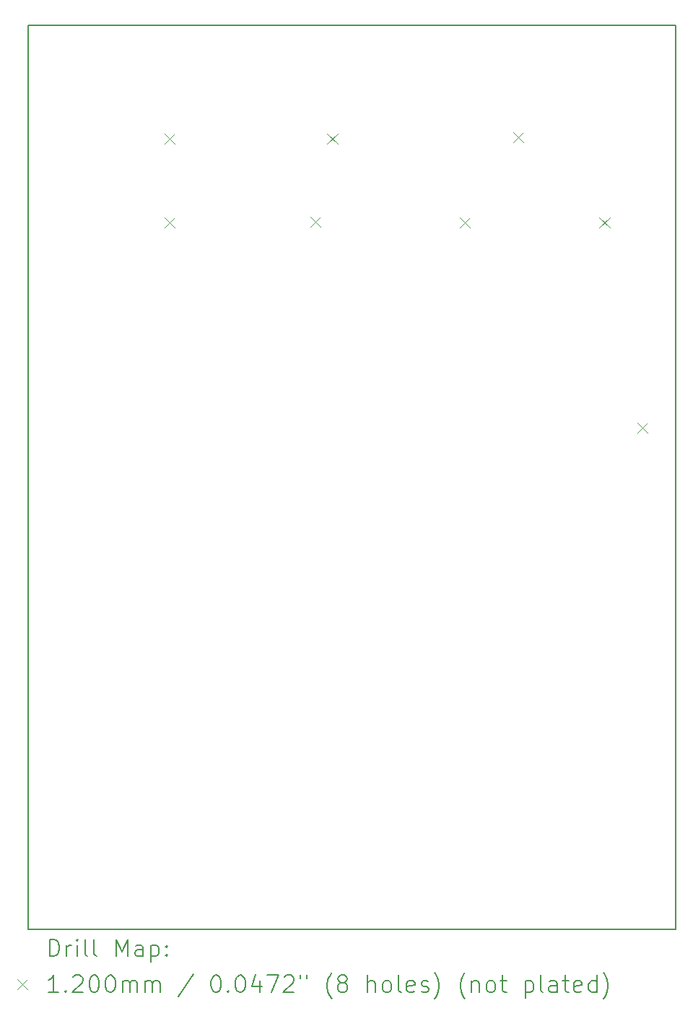
<source format=gbr>
%TF.GenerationSoftware,KiCad,Pcbnew,8.0.6*%
%TF.CreationDate,2025-02-12T15:18:31-05:00*%
%TF.ProjectId,HydroBall,48796472-6f42-4616-9c6c-2e6b69636164,rev?*%
%TF.SameCoordinates,Original*%
%TF.FileFunction,Drillmap*%
%TF.FilePolarity,Positive*%
%FSLAX45Y45*%
G04 Gerber Fmt 4.5, Leading zero omitted, Abs format (unit mm)*
G04 Created by KiCad (PCBNEW 8.0.6) date 2025-02-12 15:18:31*
%MOMM*%
%LPD*%
G01*
G04 APERTURE LIST*
%ADD10C,0.200000*%
%ADD11C,0.120000*%
G04 APERTURE END LIST*
D10*
X10157500Y-4040000D02*
X17750000Y-4040000D01*
X17750000Y-14627500D01*
X10157500Y-14627500D01*
X10157500Y-4040000D01*
D11*
X11755000Y-5310500D02*
X11875000Y-5430500D01*
X11875000Y-5310500D02*
X11755000Y-5430500D01*
X11755000Y-6288000D02*
X11875000Y-6408000D01*
X11875000Y-6288000D02*
X11755000Y-6408000D01*
X13465000Y-6283000D02*
X13585000Y-6403000D01*
X13585000Y-6283000D02*
X13465000Y-6403000D01*
X13667500Y-5308000D02*
X13787500Y-5428000D01*
X13787500Y-5308000D02*
X13667500Y-5428000D01*
X15222500Y-6290500D02*
X15342500Y-6410500D01*
X15342500Y-6290500D02*
X15222500Y-6410500D01*
X15845000Y-5295500D02*
X15965000Y-5415500D01*
X15965000Y-5295500D02*
X15845000Y-5415500D01*
X16859000Y-6293000D02*
X16979000Y-6413000D01*
X16979000Y-6293000D02*
X16859000Y-6413000D01*
X17300000Y-8698000D02*
X17420000Y-8818000D01*
X17420000Y-8698000D02*
X17300000Y-8818000D01*
D10*
X10408277Y-14948984D02*
X10408277Y-14748984D01*
X10408277Y-14748984D02*
X10455896Y-14748984D01*
X10455896Y-14748984D02*
X10484467Y-14758508D01*
X10484467Y-14758508D02*
X10503515Y-14777555D01*
X10503515Y-14777555D02*
X10513039Y-14796603D01*
X10513039Y-14796603D02*
X10522563Y-14834698D01*
X10522563Y-14834698D02*
X10522563Y-14863269D01*
X10522563Y-14863269D02*
X10513039Y-14901365D01*
X10513039Y-14901365D02*
X10503515Y-14920412D01*
X10503515Y-14920412D02*
X10484467Y-14939460D01*
X10484467Y-14939460D02*
X10455896Y-14948984D01*
X10455896Y-14948984D02*
X10408277Y-14948984D01*
X10608277Y-14948984D02*
X10608277Y-14815650D01*
X10608277Y-14853746D02*
X10617801Y-14834698D01*
X10617801Y-14834698D02*
X10627324Y-14825174D01*
X10627324Y-14825174D02*
X10646372Y-14815650D01*
X10646372Y-14815650D02*
X10665420Y-14815650D01*
X10732086Y-14948984D02*
X10732086Y-14815650D01*
X10732086Y-14748984D02*
X10722563Y-14758508D01*
X10722563Y-14758508D02*
X10732086Y-14768031D01*
X10732086Y-14768031D02*
X10741610Y-14758508D01*
X10741610Y-14758508D02*
X10732086Y-14748984D01*
X10732086Y-14748984D02*
X10732086Y-14768031D01*
X10855896Y-14948984D02*
X10836848Y-14939460D01*
X10836848Y-14939460D02*
X10827324Y-14920412D01*
X10827324Y-14920412D02*
X10827324Y-14748984D01*
X10960658Y-14948984D02*
X10941610Y-14939460D01*
X10941610Y-14939460D02*
X10932086Y-14920412D01*
X10932086Y-14920412D02*
X10932086Y-14748984D01*
X11189229Y-14948984D02*
X11189229Y-14748984D01*
X11189229Y-14748984D02*
X11255896Y-14891841D01*
X11255896Y-14891841D02*
X11322562Y-14748984D01*
X11322562Y-14748984D02*
X11322562Y-14948984D01*
X11503515Y-14948984D02*
X11503515Y-14844222D01*
X11503515Y-14844222D02*
X11493991Y-14825174D01*
X11493991Y-14825174D02*
X11474943Y-14815650D01*
X11474943Y-14815650D02*
X11436848Y-14815650D01*
X11436848Y-14815650D02*
X11417801Y-14825174D01*
X11503515Y-14939460D02*
X11484467Y-14948984D01*
X11484467Y-14948984D02*
X11436848Y-14948984D01*
X11436848Y-14948984D02*
X11417801Y-14939460D01*
X11417801Y-14939460D02*
X11408277Y-14920412D01*
X11408277Y-14920412D02*
X11408277Y-14901365D01*
X11408277Y-14901365D02*
X11417801Y-14882317D01*
X11417801Y-14882317D02*
X11436848Y-14872793D01*
X11436848Y-14872793D02*
X11484467Y-14872793D01*
X11484467Y-14872793D02*
X11503515Y-14863269D01*
X11598753Y-14815650D02*
X11598753Y-15015650D01*
X11598753Y-14825174D02*
X11617801Y-14815650D01*
X11617801Y-14815650D02*
X11655896Y-14815650D01*
X11655896Y-14815650D02*
X11674943Y-14825174D01*
X11674943Y-14825174D02*
X11684467Y-14834698D01*
X11684467Y-14834698D02*
X11693991Y-14853746D01*
X11693991Y-14853746D02*
X11693991Y-14910888D01*
X11693991Y-14910888D02*
X11684467Y-14929936D01*
X11684467Y-14929936D02*
X11674943Y-14939460D01*
X11674943Y-14939460D02*
X11655896Y-14948984D01*
X11655896Y-14948984D02*
X11617801Y-14948984D01*
X11617801Y-14948984D02*
X11598753Y-14939460D01*
X11779705Y-14929936D02*
X11789229Y-14939460D01*
X11789229Y-14939460D02*
X11779705Y-14948984D01*
X11779705Y-14948984D02*
X11770182Y-14939460D01*
X11770182Y-14939460D02*
X11779705Y-14929936D01*
X11779705Y-14929936D02*
X11779705Y-14948984D01*
X11779705Y-14825174D02*
X11789229Y-14834698D01*
X11789229Y-14834698D02*
X11779705Y-14844222D01*
X11779705Y-14844222D02*
X11770182Y-14834698D01*
X11770182Y-14834698D02*
X11779705Y-14825174D01*
X11779705Y-14825174D02*
X11779705Y-14844222D01*
D11*
X10027500Y-15217500D02*
X10147500Y-15337500D01*
X10147500Y-15217500D02*
X10027500Y-15337500D01*
D10*
X10513039Y-15368984D02*
X10398753Y-15368984D01*
X10455896Y-15368984D02*
X10455896Y-15168984D01*
X10455896Y-15168984D02*
X10436848Y-15197555D01*
X10436848Y-15197555D02*
X10417801Y-15216603D01*
X10417801Y-15216603D02*
X10398753Y-15226127D01*
X10598753Y-15349936D02*
X10608277Y-15359460D01*
X10608277Y-15359460D02*
X10598753Y-15368984D01*
X10598753Y-15368984D02*
X10589229Y-15359460D01*
X10589229Y-15359460D02*
X10598753Y-15349936D01*
X10598753Y-15349936D02*
X10598753Y-15368984D01*
X10684467Y-15188031D02*
X10693991Y-15178508D01*
X10693991Y-15178508D02*
X10713039Y-15168984D01*
X10713039Y-15168984D02*
X10760658Y-15168984D01*
X10760658Y-15168984D02*
X10779705Y-15178508D01*
X10779705Y-15178508D02*
X10789229Y-15188031D01*
X10789229Y-15188031D02*
X10798753Y-15207079D01*
X10798753Y-15207079D02*
X10798753Y-15226127D01*
X10798753Y-15226127D02*
X10789229Y-15254698D01*
X10789229Y-15254698D02*
X10674944Y-15368984D01*
X10674944Y-15368984D02*
X10798753Y-15368984D01*
X10922563Y-15168984D02*
X10941610Y-15168984D01*
X10941610Y-15168984D02*
X10960658Y-15178508D01*
X10960658Y-15178508D02*
X10970182Y-15188031D01*
X10970182Y-15188031D02*
X10979705Y-15207079D01*
X10979705Y-15207079D02*
X10989229Y-15245174D01*
X10989229Y-15245174D02*
X10989229Y-15292793D01*
X10989229Y-15292793D02*
X10979705Y-15330888D01*
X10979705Y-15330888D02*
X10970182Y-15349936D01*
X10970182Y-15349936D02*
X10960658Y-15359460D01*
X10960658Y-15359460D02*
X10941610Y-15368984D01*
X10941610Y-15368984D02*
X10922563Y-15368984D01*
X10922563Y-15368984D02*
X10903515Y-15359460D01*
X10903515Y-15359460D02*
X10893991Y-15349936D01*
X10893991Y-15349936D02*
X10884467Y-15330888D01*
X10884467Y-15330888D02*
X10874944Y-15292793D01*
X10874944Y-15292793D02*
X10874944Y-15245174D01*
X10874944Y-15245174D02*
X10884467Y-15207079D01*
X10884467Y-15207079D02*
X10893991Y-15188031D01*
X10893991Y-15188031D02*
X10903515Y-15178508D01*
X10903515Y-15178508D02*
X10922563Y-15168984D01*
X11113039Y-15168984D02*
X11132086Y-15168984D01*
X11132086Y-15168984D02*
X11151134Y-15178508D01*
X11151134Y-15178508D02*
X11160658Y-15188031D01*
X11160658Y-15188031D02*
X11170182Y-15207079D01*
X11170182Y-15207079D02*
X11179705Y-15245174D01*
X11179705Y-15245174D02*
X11179705Y-15292793D01*
X11179705Y-15292793D02*
X11170182Y-15330888D01*
X11170182Y-15330888D02*
X11160658Y-15349936D01*
X11160658Y-15349936D02*
X11151134Y-15359460D01*
X11151134Y-15359460D02*
X11132086Y-15368984D01*
X11132086Y-15368984D02*
X11113039Y-15368984D01*
X11113039Y-15368984D02*
X11093991Y-15359460D01*
X11093991Y-15359460D02*
X11084467Y-15349936D01*
X11084467Y-15349936D02*
X11074944Y-15330888D01*
X11074944Y-15330888D02*
X11065420Y-15292793D01*
X11065420Y-15292793D02*
X11065420Y-15245174D01*
X11065420Y-15245174D02*
X11074944Y-15207079D01*
X11074944Y-15207079D02*
X11084467Y-15188031D01*
X11084467Y-15188031D02*
X11093991Y-15178508D01*
X11093991Y-15178508D02*
X11113039Y-15168984D01*
X11265420Y-15368984D02*
X11265420Y-15235650D01*
X11265420Y-15254698D02*
X11274943Y-15245174D01*
X11274943Y-15245174D02*
X11293991Y-15235650D01*
X11293991Y-15235650D02*
X11322563Y-15235650D01*
X11322563Y-15235650D02*
X11341610Y-15245174D01*
X11341610Y-15245174D02*
X11351134Y-15264222D01*
X11351134Y-15264222D02*
X11351134Y-15368984D01*
X11351134Y-15264222D02*
X11360658Y-15245174D01*
X11360658Y-15245174D02*
X11379705Y-15235650D01*
X11379705Y-15235650D02*
X11408277Y-15235650D01*
X11408277Y-15235650D02*
X11427324Y-15245174D01*
X11427324Y-15245174D02*
X11436848Y-15264222D01*
X11436848Y-15264222D02*
X11436848Y-15368984D01*
X11532086Y-15368984D02*
X11532086Y-15235650D01*
X11532086Y-15254698D02*
X11541610Y-15245174D01*
X11541610Y-15245174D02*
X11560658Y-15235650D01*
X11560658Y-15235650D02*
X11589229Y-15235650D01*
X11589229Y-15235650D02*
X11608277Y-15245174D01*
X11608277Y-15245174D02*
X11617801Y-15264222D01*
X11617801Y-15264222D02*
X11617801Y-15368984D01*
X11617801Y-15264222D02*
X11627324Y-15245174D01*
X11627324Y-15245174D02*
X11646372Y-15235650D01*
X11646372Y-15235650D02*
X11674943Y-15235650D01*
X11674943Y-15235650D02*
X11693991Y-15245174D01*
X11693991Y-15245174D02*
X11703515Y-15264222D01*
X11703515Y-15264222D02*
X11703515Y-15368984D01*
X12093991Y-15159460D02*
X11922563Y-15416603D01*
X12351134Y-15168984D02*
X12370182Y-15168984D01*
X12370182Y-15168984D02*
X12389229Y-15178508D01*
X12389229Y-15178508D02*
X12398753Y-15188031D01*
X12398753Y-15188031D02*
X12408277Y-15207079D01*
X12408277Y-15207079D02*
X12417801Y-15245174D01*
X12417801Y-15245174D02*
X12417801Y-15292793D01*
X12417801Y-15292793D02*
X12408277Y-15330888D01*
X12408277Y-15330888D02*
X12398753Y-15349936D01*
X12398753Y-15349936D02*
X12389229Y-15359460D01*
X12389229Y-15359460D02*
X12370182Y-15368984D01*
X12370182Y-15368984D02*
X12351134Y-15368984D01*
X12351134Y-15368984D02*
X12332086Y-15359460D01*
X12332086Y-15359460D02*
X12322563Y-15349936D01*
X12322563Y-15349936D02*
X12313039Y-15330888D01*
X12313039Y-15330888D02*
X12303515Y-15292793D01*
X12303515Y-15292793D02*
X12303515Y-15245174D01*
X12303515Y-15245174D02*
X12313039Y-15207079D01*
X12313039Y-15207079D02*
X12322563Y-15188031D01*
X12322563Y-15188031D02*
X12332086Y-15178508D01*
X12332086Y-15178508D02*
X12351134Y-15168984D01*
X12503515Y-15349936D02*
X12513039Y-15359460D01*
X12513039Y-15359460D02*
X12503515Y-15368984D01*
X12503515Y-15368984D02*
X12493991Y-15359460D01*
X12493991Y-15359460D02*
X12503515Y-15349936D01*
X12503515Y-15349936D02*
X12503515Y-15368984D01*
X12636848Y-15168984D02*
X12655896Y-15168984D01*
X12655896Y-15168984D02*
X12674944Y-15178508D01*
X12674944Y-15178508D02*
X12684467Y-15188031D01*
X12684467Y-15188031D02*
X12693991Y-15207079D01*
X12693991Y-15207079D02*
X12703515Y-15245174D01*
X12703515Y-15245174D02*
X12703515Y-15292793D01*
X12703515Y-15292793D02*
X12693991Y-15330888D01*
X12693991Y-15330888D02*
X12684467Y-15349936D01*
X12684467Y-15349936D02*
X12674944Y-15359460D01*
X12674944Y-15359460D02*
X12655896Y-15368984D01*
X12655896Y-15368984D02*
X12636848Y-15368984D01*
X12636848Y-15368984D02*
X12617801Y-15359460D01*
X12617801Y-15359460D02*
X12608277Y-15349936D01*
X12608277Y-15349936D02*
X12598753Y-15330888D01*
X12598753Y-15330888D02*
X12589229Y-15292793D01*
X12589229Y-15292793D02*
X12589229Y-15245174D01*
X12589229Y-15245174D02*
X12598753Y-15207079D01*
X12598753Y-15207079D02*
X12608277Y-15188031D01*
X12608277Y-15188031D02*
X12617801Y-15178508D01*
X12617801Y-15178508D02*
X12636848Y-15168984D01*
X12874944Y-15235650D02*
X12874944Y-15368984D01*
X12827325Y-15159460D02*
X12779706Y-15302317D01*
X12779706Y-15302317D02*
X12903515Y-15302317D01*
X12960658Y-15168984D02*
X13093991Y-15168984D01*
X13093991Y-15168984D02*
X13008277Y-15368984D01*
X13160658Y-15188031D02*
X13170182Y-15178508D01*
X13170182Y-15178508D02*
X13189229Y-15168984D01*
X13189229Y-15168984D02*
X13236848Y-15168984D01*
X13236848Y-15168984D02*
X13255896Y-15178508D01*
X13255896Y-15178508D02*
X13265420Y-15188031D01*
X13265420Y-15188031D02*
X13274944Y-15207079D01*
X13274944Y-15207079D02*
X13274944Y-15226127D01*
X13274944Y-15226127D02*
X13265420Y-15254698D01*
X13265420Y-15254698D02*
X13151134Y-15368984D01*
X13151134Y-15368984D02*
X13274944Y-15368984D01*
X13351134Y-15168984D02*
X13351134Y-15207079D01*
X13427325Y-15168984D02*
X13427325Y-15207079D01*
X13722563Y-15445174D02*
X13713039Y-15435650D01*
X13713039Y-15435650D02*
X13693991Y-15407079D01*
X13693991Y-15407079D02*
X13684468Y-15388031D01*
X13684468Y-15388031D02*
X13674944Y-15359460D01*
X13674944Y-15359460D02*
X13665420Y-15311841D01*
X13665420Y-15311841D02*
X13665420Y-15273746D01*
X13665420Y-15273746D02*
X13674944Y-15226127D01*
X13674944Y-15226127D02*
X13684468Y-15197555D01*
X13684468Y-15197555D02*
X13693991Y-15178508D01*
X13693991Y-15178508D02*
X13713039Y-15149936D01*
X13713039Y-15149936D02*
X13722563Y-15140412D01*
X13827325Y-15254698D02*
X13808277Y-15245174D01*
X13808277Y-15245174D02*
X13798753Y-15235650D01*
X13798753Y-15235650D02*
X13789229Y-15216603D01*
X13789229Y-15216603D02*
X13789229Y-15207079D01*
X13789229Y-15207079D02*
X13798753Y-15188031D01*
X13798753Y-15188031D02*
X13808277Y-15178508D01*
X13808277Y-15178508D02*
X13827325Y-15168984D01*
X13827325Y-15168984D02*
X13865420Y-15168984D01*
X13865420Y-15168984D02*
X13884468Y-15178508D01*
X13884468Y-15178508D02*
X13893991Y-15188031D01*
X13893991Y-15188031D02*
X13903515Y-15207079D01*
X13903515Y-15207079D02*
X13903515Y-15216603D01*
X13903515Y-15216603D02*
X13893991Y-15235650D01*
X13893991Y-15235650D02*
X13884468Y-15245174D01*
X13884468Y-15245174D02*
X13865420Y-15254698D01*
X13865420Y-15254698D02*
X13827325Y-15254698D01*
X13827325Y-15254698D02*
X13808277Y-15264222D01*
X13808277Y-15264222D02*
X13798753Y-15273746D01*
X13798753Y-15273746D02*
X13789229Y-15292793D01*
X13789229Y-15292793D02*
X13789229Y-15330888D01*
X13789229Y-15330888D02*
X13798753Y-15349936D01*
X13798753Y-15349936D02*
X13808277Y-15359460D01*
X13808277Y-15359460D02*
X13827325Y-15368984D01*
X13827325Y-15368984D02*
X13865420Y-15368984D01*
X13865420Y-15368984D02*
X13884468Y-15359460D01*
X13884468Y-15359460D02*
X13893991Y-15349936D01*
X13893991Y-15349936D02*
X13903515Y-15330888D01*
X13903515Y-15330888D02*
X13903515Y-15292793D01*
X13903515Y-15292793D02*
X13893991Y-15273746D01*
X13893991Y-15273746D02*
X13884468Y-15264222D01*
X13884468Y-15264222D02*
X13865420Y-15254698D01*
X14141610Y-15368984D02*
X14141610Y-15168984D01*
X14227325Y-15368984D02*
X14227325Y-15264222D01*
X14227325Y-15264222D02*
X14217801Y-15245174D01*
X14217801Y-15245174D02*
X14198753Y-15235650D01*
X14198753Y-15235650D02*
X14170182Y-15235650D01*
X14170182Y-15235650D02*
X14151134Y-15245174D01*
X14151134Y-15245174D02*
X14141610Y-15254698D01*
X14351134Y-15368984D02*
X14332087Y-15359460D01*
X14332087Y-15359460D02*
X14322563Y-15349936D01*
X14322563Y-15349936D02*
X14313039Y-15330888D01*
X14313039Y-15330888D02*
X14313039Y-15273746D01*
X14313039Y-15273746D02*
X14322563Y-15254698D01*
X14322563Y-15254698D02*
X14332087Y-15245174D01*
X14332087Y-15245174D02*
X14351134Y-15235650D01*
X14351134Y-15235650D02*
X14379706Y-15235650D01*
X14379706Y-15235650D02*
X14398753Y-15245174D01*
X14398753Y-15245174D02*
X14408277Y-15254698D01*
X14408277Y-15254698D02*
X14417801Y-15273746D01*
X14417801Y-15273746D02*
X14417801Y-15330888D01*
X14417801Y-15330888D02*
X14408277Y-15349936D01*
X14408277Y-15349936D02*
X14398753Y-15359460D01*
X14398753Y-15359460D02*
X14379706Y-15368984D01*
X14379706Y-15368984D02*
X14351134Y-15368984D01*
X14532087Y-15368984D02*
X14513039Y-15359460D01*
X14513039Y-15359460D02*
X14503515Y-15340412D01*
X14503515Y-15340412D02*
X14503515Y-15168984D01*
X14684468Y-15359460D02*
X14665420Y-15368984D01*
X14665420Y-15368984D02*
X14627325Y-15368984D01*
X14627325Y-15368984D02*
X14608277Y-15359460D01*
X14608277Y-15359460D02*
X14598753Y-15340412D01*
X14598753Y-15340412D02*
X14598753Y-15264222D01*
X14598753Y-15264222D02*
X14608277Y-15245174D01*
X14608277Y-15245174D02*
X14627325Y-15235650D01*
X14627325Y-15235650D02*
X14665420Y-15235650D01*
X14665420Y-15235650D02*
X14684468Y-15245174D01*
X14684468Y-15245174D02*
X14693991Y-15264222D01*
X14693991Y-15264222D02*
X14693991Y-15283269D01*
X14693991Y-15283269D02*
X14598753Y-15302317D01*
X14770182Y-15359460D02*
X14789230Y-15368984D01*
X14789230Y-15368984D02*
X14827325Y-15368984D01*
X14827325Y-15368984D02*
X14846372Y-15359460D01*
X14846372Y-15359460D02*
X14855896Y-15340412D01*
X14855896Y-15340412D02*
X14855896Y-15330888D01*
X14855896Y-15330888D02*
X14846372Y-15311841D01*
X14846372Y-15311841D02*
X14827325Y-15302317D01*
X14827325Y-15302317D02*
X14798753Y-15302317D01*
X14798753Y-15302317D02*
X14779706Y-15292793D01*
X14779706Y-15292793D02*
X14770182Y-15273746D01*
X14770182Y-15273746D02*
X14770182Y-15264222D01*
X14770182Y-15264222D02*
X14779706Y-15245174D01*
X14779706Y-15245174D02*
X14798753Y-15235650D01*
X14798753Y-15235650D02*
X14827325Y-15235650D01*
X14827325Y-15235650D02*
X14846372Y-15245174D01*
X14922563Y-15445174D02*
X14932087Y-15435650D01*
X14932087Y-15435650D02*
X14951134Y-15407079D01*
X14951134Y-15407079D02*
X14960658Y-15388031D01*
X14960658Y-15388031D02*
X14970182Y-15359460D01*
X14970182Y-15359460D02*
X14979706Y-15311841D01*
X14979706Y-15311841D02*
X14979706Y-15273746D01*
X14979706Y-15273746D02*
X14970182Y-15226127D01*
X14970182Y-15226127D02*
X14960658Y-15197555D01*
X14960658Y-15197555D02*
X14951134Y-15178508D01*
X14951134Y-15178508D02*
X14932087Y-15149936D01*
X14932087Y-15149936D02*
X14922563Y-15140412D01*
X15284468Y-15445174D02*
X15274944Y-15435650D01*
X15274944Y-15435650D02*
X15255896Y-15407079D01*
X15255896Y-15407079D02*
X15246372Y-15388031D01*
X15246372Y-15388031D02*
X15236849Y-15359460D01*
X15236849Y-15359460D02*
X15227325Y-15311841D01*
X15227325Y-15311841D02*
X15227325Y-15273746D01*
X15227325Y-15273746D02*
X15236849Y-15226127D01*
X15236849Y-15226127D02*
X15246372Y-15197555D01*
X15246372Y-15197555D02*
X15255896Y-15178508D01*
X15255896Y-15178508D02*
X15274944Y-15149936D01*
X15274944Y-15149936D02*
X15284468Y-15140412D01*
X15360658Y-15235650D02*
X15360658Y-15368984D01*
X15360658Y-15254698D02*
X15370182Y-15245174D01*
X15370182Y-15245174D02*
X15389230Y-15235650D01*
X15389230Y-15235650D02*
X15417801Y-15235650D01*
X15417801Y-15235650D02*
X15436849Y-15245174D01*
X15436849Y-15245174D02*
X15446372Y-15264222D01*
X15446372Y-15264222D02*
X15446372Y-15368984D01*
X15570182Y-15368984D02*
X15551134Y-15359460D01*
X15551134Y-15359460D02*
X15541611Y-15349936D01*
X15541611Y-15349936D02*
X15532087Y-15330888D01*
X15532087Y-15330888D02*
X15532087Y-15273746D01*
X15532087Y-15273746D02*
X15541611Y-15254698D01*
X15541611Y-15254698D02*
X15551134Y-15245174D01*
X15551134Y-15245174D02*
X15570182Y-15235650D01*
X15570182Y-15235650D02*
X15598753Y-15235650D01*
X15598753Y-15235650D02*
X15617801Y-15245174D01*
X15617801Y-15245174D02*
X15627325Y-15254698D01*
X15627325Y-15254698D02*
X15636849Y-15273746D01*
X15636849Y-15273746D02*
X15636849Y-15330888D01*
X15636849Y-15330888D02*
X15627325Y-15349936D01*
X15627325Y-15349936D02*
X15617801Y-15359460D01*
X15617801Y-15359460D02*
X15598753Y-15368984D01*
X15598753Y-15368984D02*
X15570182Y-15368984D01*
X15693992Y-15235650D02*
X15770182Y-15235650D01*
X15722563Y-15168984D02*
X15722563Y-15340412D01*
X15722563Y-15340412D02*
X15732087Y-15359460D01*
X15732087Y-15359460D02*
X15751134Y-15368984D01*
X15751134Y-15368984D02*
X15770182Y-15368984D01*
X15989230Y-15235650D02*
X15989230Y-15435650D01*
X15989230Y-15245174D02*
X16008277Y-15235650D01*
X16008277Y-15235650D02*
X16046373Y-15235650D01*
X16046373Y-15235650D02*
X16065420Y-15245174D01*
X16065420Y-15245174D02*
X16074944Y-15254698D01*
X16074944Y-15254698D02*
X16084468Y-15273746D01*
X16084468Y-15273746D02*
X16084468Y-15330888D01*
X16084468Y-15330888D02*
X16074944Y-15349936D01*
X16074944Y-15349936D02*
X16065420Y-15359460D01*
X16065420Y-15359460D02*
X16046373Y-15368984D01*
X16046373Y-15368984D02*
X16008277Y-15368984D01*
X16008277Y-15368984D02*
X15989230Y-15359460D01*
X16198753Y-15368984D02*
X16179706Y-15359460D01*
X16179706Y-15359460D02*
X16170182Y-15340412D01*
X16170182Y-15340412D02*
X16170182Y-15168984D01*
X16360658Y-15368984D02*
X16360658Y-15264222D01*
X16360658Y-15264222D02*
X16351134Y-15245174D01*
X16351134Y-15245174D02*
X16332087Y-15235650D01*
X16332087Y-15235650D02*
X16293992Y-15235650D01*
X16293992Y-15235650D02*
X16274944Y-15245174D01*
X16360658Y-15359460D02*
X16341611Y-15368984D01*
X16341611Y-15368984D02*
X16293992Y-15368984D01*
X16293992Y-15368984D02*
X16274944Y-15359460D01*
X16274944Y-15359460D02*
X16265420Y-15340412D01*
X16265420Y-15340412D02*
X16265420Y-15321365D01*
X16265420Y-15321365D02*
X16274944Y-15302317D01*
X16274944Y-15302317D02*
X16293992Y-15292793D01*
X16293992Y-15292793D02*
X16341611Y-15292793D01*
X16341611Y-15292793D02*
X16360658Y-15283269D01*
X16427325Y-15235650D02*
X16503515Y-15235650D01*
X16455896Y-15168984D02*
X16455896Y-15340412D01*
X16455896Y-15340412D02*
X16465420Y-15359460D01*
X16465420Y-15359460D02*
X16484468Y-15368984D01*
X16484468Y-15368984D02*
X16503515Y-15368984D01*
X16646373Y-15359460D02*
X16627325Y-15368984D01*
X16627325Y-15368984D02*
X16589230Y-15368984D01*
X16589230Y-15368984D02*
X16570182Y-15359460D01*
X16570182Y-15359460D02*
X16560658Y-15340412D01*
X16560658Y-15340412D02*
X16560658Y-15264222D01*
X16560658Y-15264222D02*
X16570182Y-15245174D01*
X16570182Y-15245174D02*
X16589230Y-15235650D01*
X16589230Y-15235650D02*
X16627325Y-15235650D01*
X16627325Y-15235650D02*
X16646373Y-15245174D01*
X16646373Y-15245174D02*
X16655896Y-15264222D01*
X16655896Y-15264222D02*
X16655896Y-15283269D01*
X16655896Y-15283269D02*
X16560658Y-15302317D01*
X16827325Y-15368984D02*
X16827325Y-15168984D01*
X16827325Y-15359460D02*
X16808277Y-15368984D01*
X16808277Y-15368984D02*
X16770182Y-15368984D01*
X16770182Y-15368984D02*
X16751134Y-15359460D01*
X16751134Y-15359460D02*
X16741611Y-15349936D01*
X16741611Y-15349936D02*
X16732087Y-15330888D01*
X16732087Y-15330888D02*
X16732087Y-15273746D01*
X16732087Y-15273746D02*
X16741611Y-15254698D01*
X16741611Y-15254698D02*
X16751134Y-15245174D01*
X16751134Y-15245174D02*
X16770182Y-15235650D01*
X16770182Y-15235650D02*
X16808277Y-15235650D01*
X16808277Y-15235650D02*
X16827325Y-15245174D01*
X16903516Y-15445174D02*
X16913039Y-15435650D01*
X16913039Y-15435650D02*
X16932087Y-15407079D01*
X16932087Y-15407079D02*
X16941611Y-15388031D01*
X16941611Y-15388031D02*
X16951135Y-15359460D01*
X16951135Y-15359460D02*
X16960658Y-15311841D01*
X16960658Y-15311841D02*
X16960658Y-15273746D01*
X16960658Y-15273746D02*
X16951135Y-15226127D01*
X16951135Y-15226127D02*
X16941611Y-15197555D01*
X16941611Y-15197555D02*
X16932087Y-15178508D01*
X16932087Y-15178508D02*
X16913039Y-15149936D01*
X16913039Y-15149936D02*
X16903516Y-15140412D01*
M02*

</source>
